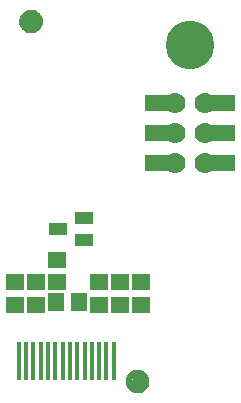
<source format=gbr>
G04 EAGLE Gerber RS-274X export*
G75*
%MOMM*%
%FSLAX34Y34*%
%LPD*%
%INSoldermask Bottom*%
%IPPOS*%
%AMOC8*
5,1,8,0,0,1.08239X$1,22.5*%
G01*
%ADD10C,4.117600*%
%ADD11C,1.778000*%
%ADD12R,2.133600X1.371600*%
%ADD13C,1.101600*%
%ADD14C,0.500000*%
%ADD15R,0.451600X3.301600*%
%ADD16R,1.601600X1.341600*%
%ADD17R,1.501600X1.101600*%
%ADD18R,1.341600X1.601600*%


D10*
X160782Y178562D03*
D11*
X148082Y129794D03*
X173482Y129794D03*
X148082Y104394D03*
X173482Y104394D03*
X148082Y78994D03*
X173482Y78994D03*
D12*
X188722Y129794D03*
X188722Y104394D03*
X188722Y78994D03*
X132842Y129794D03*
X132842Y104394D03*
X132842Y78994D03*
D13*
X116332Y-106426D03*
D14*
X123832Y-106426D02*
X123830Y-106245D01*
X123823Y-106064D01*
X123812Y-105883D01*
X123797Y-105702D01*
X123777Y-105522D01*
X123753Y-105342D01*
X123725Y-105163D01*
X123692Y-104985D01*
X123655Y-104808D01*
X123614Y-104631D01*
X123569Y-104456D01*
X123519Y-104281D01*
X123465Y-104108D01*
X123407Y-103937D01*
X123345Y-103766D01*
X123278Y-103598D01*
X123208Y-103431D01*
X123134Y-103265D01*
X123055Y-103102D01*
X122973Y-102941D01*
X122887Y-102781D01*
X122797Y-102624D01*
X122703Y-102469D01*
X122606Y-102316D01*
X122504Y-102166D01*
X122400Y-102018D01*
X122291Y-101872D01*
X122180Y-101730D01*
X122064Y-101590D01*
X121946Y-101453D01*
X121824Y-101318D01*
X121699Y-101187D01*
X121571Y-101059D01*
X121440Y-100934D01*
X121305Y-100812D01*
X121168Y-100694D01*
X121028Y-100578D01*
X120886Y-100467D01*
X120740Y-100358D01*
X120592Y-100254D01*
X120442Y-100152D01*
X120289Y-100055D01*
X120134Y-99961D01*
X119977Y-99871D01*
X119817Y-99785D01*
X119656Y-99703D01*
X119493Y-99624D01*
X119327Y-99550D01*
X119160Y-99480D01*
X118992Y-99413D01*
X118821Y-99351D01*
X118650Y-99293D01*
X118477Y-99239D01*
X118302Y-99189D01*
X118127Y-99144D01*
X117950Y-99103D01*
X117773Y-99066D01*
X117595Y-99033D01*
X117416Y-99005D01*
X117236Y-98981D01*
X117056Y-98961D01*
X116875Y-98946D01*
X116694Y-98935D01*
X116513Y-98928D01*
X116332Y-98926D01*
X116151Y-98928D01*
X115970Y-98935D01*
X115789Y-98946D01*
X115608Y-98961D01*
X115428Y-98981D01*
X115248Y-99005D01*
X115069Y-99033D01*
X114891Y-99066D01*
X114714Y-99103D01*
X114537Y-99144D01*
X114362Y-99189D01*
X114187Y-99239D01*
X114014Y-99293D01*
X113843Y-99351D01*
X113672Y-99413D01*
X113504Y-99480D01*
X113337Y-99550D01*
X113171Y-99624D01*
X113008Y-99703D01*
X112847Y-99785D01*
X112687Y-99871D01*
X112530Y-99961D01*
X112375Y-100055D01*
X112222Y-100152D01*
X112072Y-100254D01*
X111924Y-100358D01*
X111778Y-100467D01*
X111636Y-100578D01*
X111496Y-100694D01*
X111359Y-100812D01*
X111224Y-100934D01*
X111093Y-101059D01*
X110965Y-101187D01*
X110840Y-101318D01*
X110718Y-101453D01*
X110600Y-101590D01*
X110484Y-101730D01*
X110373Y-101872D01*
X110264Y-102018D01*
X110160Y-102166D01*
X110058Y-102316D01*
X109961Y-102469D01*
X109867Y-102624D01*
X109777Y-102781D01*
X109691Y-102941D01*
X109609Y-103102D01*
X109530Y-103265D01*
X109456Y-103431D01*
X109386Y-103598D01*
X109319Y-103766D01*
X109257Y-103937D01*
X109199Y-104108D01*
X109145Y-104281D01*
X109095Y-104456D01*
X109050Y-104631D01*
X109009Y-104808D01*
X108972Y-104985D01*
X108939Y-105163D01*
X108911Y-105342D01*
X108887Y-105522D01*
X108867Y-105702D01*
X108852Y-105883D01*
X108841Y-106064D01*
X108834Y-106245D01*
X108832Y-106426D01*
X108834Y-106607D01*
X108841Y-106788D01*
X108852Y-106969D01*
X108867Y-107150D01*
X108887Y-107330D01*
X108911Y-107510D01*
X108939Y-107689D01*
X108972Y-107867D01*
X109009Y-108044D01*
X109050Y-108221D01*
X109095Y-108396D01*
X109145Y-108571D01*
X109199Y-108744D01*
X109257Y-108915D01*
X109319Y-109086D01*
X109386Y-109254D01*
X109456Y-109421D01*
X109530Y-109587D01*
X109609Y-109750D01*
X109691Y-109911D01*
X109777Y-110071D01*
X109867Y-110228D01*
X109961Y-110383D01*
X110058Y-110536D01*
X110160Y-110686D01*
X110264Y-110834D01*
X110373Y-110980D01*
X110484Y-111122D01*
X110600Y-111262D01*
X110718Y-111399D01*
X110840Y-111534D01*
X110965Y-111665D01*
X111093Y-111793D01*
X111224Y-111918D01*
X111359Y-112040D01*
X111496Y-112158D01*
X111636Y-112274D01*
X111778Y-112385D01*
X111924Y-112494D01*
X112072Y-112598D01*
X112222Y-112700D01*
X112375Y-112797D01*
X112530Y-112891D01*
X112687Y-112981D01*
X112847Y-113067D01*
X113008Y-113149D01*
X113171Y-113228D01*
X113337Y-113302D01*
X113504Y-113372D01*
X113672Y-113439D01*
X113843Y-113501D01*
X114014Y-113559D01*
X114187Y-113613D01*
X114362Y-113663D01*
X114537Y-113708D01*
X114714Y-113749D01*
X114891Y-113786D01*
X115069Y-113819D01*
X115248Y-113847D01*
X115428Y-113871D01*
X115608Y-113891D01*
X115789Y-113906D01*
X115970Y-113917D01*
X116151Y-113924D01*
X116332Y-113926D01*
X116513Y-113924D01*
X116694Y-113917D01*
X116875Y-113906D01*
X117056Y-113891D01*
X117236Y-113871D01*
X117416Y-113847D01*
X117595Y-113819D01*
X117773Y-113786D01*
X117950Y-113749D01*
X118127Y-113708D01*
X118302Y-113663D01*
X118477Y-113613D01*
X118650Y-113559D01*
X118821Y-113501D01*
X118992Y-113439D01*
X119160Y-113372D01*
X119327Y-113302D01*
X119493Y-113228D01*
X119656Y-113149D01*
X119817Y-113067D01*
X119977Y-112981D01*
X120134Y-112891D01*
X120289Y-112797D01*
X120442Y-112700D01*
X120592Y-112598D01*
X120740Y-112494D01*
X120886Y-112385D01*
X121028Y-112274D01*
X121168Y-112158D01*
X121305Y-112040D01*
X121440Y-111918D01*
X121571Y-111793D01*
X121699Y-111665D01*
X121824Y-111534D01*
X121946Y-111399D01*
X122064Y-111262D01*
X122180Y-111122D01*
X122291Y-110980D01*
X122400Y-110834D01*
X122504Y-110686D01*
X122606Y-110536D01*
X122703Y-110383D01*
X122797Y-110228D01*
X122887Y-110071D01*
X122973Y-109911D01*
X123055Y-109750D01*
X123134Y-109587D01*
X123208Y-109421D01*
X123278Y-109254D01*
X123345Y-109086D01*
X123407Y-108915D01*
X123465Y-108744D01*
X123519Y-108571D01*
X123569Y-108396D01*
X123614Y-108221D01*
X123655Y-108044D01*
X123692Y-107867D01*
X123725Y-107689D01*
X123753Y-107510D01*
X123777Y-107330D01*
X123797Y-107150D01*
X123812Y-106969D01*
X123823Y-106788D01*
X123830Y-106607D01*
X123832Y-106426D01*
D13*
X26162Y198374D03*
D14*
X33662Y198374D02*
X33660Y198555D01*
X33653Y198736D01*
X33642Y198917D01*
X33627Y199098D01*
X33607Y199278D01*
X33583Y199458D01*
X33555Y199637D01*
X33522Y199815D01*
X33485Y199992D01*
X33444Y200169D01*
X33399Y200344D01*
X33349Y200519D01*
X33295Y200692D01*
X33237Y200863D01*
X33175Y201034D01*
X33108Y201202D01*
X33038Y201369D01*
X32964Y201535D01*
X32885Y201698D01*
X32803Y201859D01*
X32717Y202019D01*
X32627Y202176D01*
X32533Y202331D01*
X32436Y202484D01*
X32334Y202634D01*
X32230Y202782D01*
X32121Y202928D01*
X32010Y203070D01*
X31894Y203210D01*
X31776Y203347D01*
X31654Y203482D01*
X31529Y203613D01*
X31401Y203741D01*
X31270Y203866D01*
X31135Y203988D01*
X30998Y204106D01*
X30858Y204222D01*
X30716Y204333D01*
X30570Y204442D01*
X30422Y204546D01*
X30272Y204648D01*
X30119Y204745D01*
X29964Y204839D01*
X29807Y204929D01*
X29647Y205015D01*
X29486Y205097D01*
X29323Y205176D01*
X29157Y205250D01*
X28990Y205320D01*
X28822Y205387D01*
X28651Y205449D01*
X28480Y205507D01*
X28307Y205561D01*
X28132Y205611D01*
X27957Y205656D01*
X27780Y205697D01*
X27603Y205734D01*
X27425Y205767D01*
X27246Y205795D01*
X27066Y205819D01*
X26886Y205839D01*
X26705Y205854D01*
X26524Y205865D01*
X26343Y205872D01*
X26162Y205874D01*
X25981Y205872D01*
X25800Y205865D01*
X25619Y205854D01*
X25438Y205839D01*
X25258Y205819D01*
X25078Y205795D01*
X24899Y205767D01*
X24721Y205734D01*
X24544Y205697D01*
X24367Y205656D01*
X24192Y205611D01*
X24017Y205561D01*
X23844Y205507D01*
X23673Y205449D01*
X23502Y205387D01*
X23334Y205320D01*
X23167Y205250D01*
X23001Y205176D01*
X22838Y205097D01*
X22677Y205015D01*
X22517Y204929D01*
X22360Y204839D01*
X22205Y204745D01*
X22052Y204648D01*
X21902Y204546D01*
X21754Y204442D01*
X21608Y204333D01*
X21466Y204222D01*
X21326Y204106D01*
X21189Y203988D01*
X21054Y203866D01*
X20923Y203741D01*
X20795Y203613D01*
X20670Y203482D01*
X20548Y203347D01*
X20430Y203210D01*
X20314Y203070D01*
X20203Y202928D01*
X20094Y202782D01*
X19990Y202634D01*
X19888Y202484D01*
X19791Y202331D01*
X19697Y202176D01*
X19607Y202019D01*
X19521Y201859D01*
X19439Y201698D01*
X19360Y201535D01*
X19286Y201369D01*
X19216Y201202D01*
X19149Y201034D01*
X19087Y200863D01*
X19029Y200692D01*
X18975Y200519D01*
X18925Y200344D01*
X18880Y200169D01*
X18839Y199992D01*
X18802Y199815D01*
X18769Y199637D01*
X18741Y199458D01*
X18717Y199278D01*
X18697Y199098D01*
X18682Y198917D01*
X18671Y198736D01*
X18664Y198555D01*
X18662Y198374D01*
X18664Y198193D01*
X18671Y198012D01*
X18682Y197831D01*
X18697Y197650D01*
X18717Y197470D01*
X18741Y197290D01*
X18769Y197111D01*
X18802Y196933D01*
X18839Y196756D01*
X18880Y196579D01*
X18925Y196404D01*
X18975Y196229D01*
X19029Y196056D01*
X19087Y195885D01*
X19149Y195714D01*
X19216Y195546D01*
X19286Y195379D01*
X19360Y195213D01*
X19439Y195050D01*
X19521Y194889D01*
X19607Y194729D01*
X19697Y194572D01*
X19791Y194417D01*
X19888Y194264D01*
X19990Y194114D01*
X20094Y193966D01*
X20203Y193820D01*
X20314Y193678D01*
X20430Y193538D01*
X20548Y193401D01*
X20670Y193266D01*
X20795Y193135D01*
X20923Y193007D01*
X21054Y192882D01*
X21189Y192760D01*
X21326Y192642D01*
X21466Y192526D01*
X21608Y192415D01*
X21754Y192306D01*
X21902Y192202D01*
X22052Y192100D01*
X22205Y192003D01*
X22360Y191909D01*
X22517Y191819D01*
X22677Y191733D01*
X22838Y191651D01*
X23001Y191572D01*
X23167Y191498D01*
X23334Y191428D01*
X23502Y191361D01*
X23673Y191299D01*
X23844Y191241D01*
X24017Y191187D01*
X24192Y191137D01*
X24367Y191092D01*
X24544Y191051D01*
X24721Y191014D01*
X24899Y190981D01*
X25078Y190953D01*
X25258Y190929D01*
X25438Y190909D01*
X25619Y190894D01*
X25800Y190883D01*
X25981Y190876D01*
X26162Y190874D01*
X26343Y190876D01*
X26524Y190883D01*
X26705Y190894D01*
X26886Y190909D01*
X27066Y190929D01*
X27246Y190953D01*
X27425Y190981D01*
X27603Y191014D01*
X27780Y191051D01*
X27957Y191092D01*
X28132Y191137D01*
X28307Y191187D01*
X28480Y191241D01*
X28651Y191299D01*
X28822Y191361D01*
X28990Y191428D01*
X29157Y191498D01*
X29323Y191572D01*
X29486Y191651D01*
X29647Y191733D01*
X29807Y191819D01*
X29964Y191909D01*
X30119Y192003D01*
X30272Y192100D01*
X30422Y192202D01*
X30570Y192306D01*
X30716Y192415D01*
X30858Y192526D01*
X30998Y192642D01*
X31135Y192760D01*
X31270Y192882D01*
X31401Y193007D01*
X31529Y193135D01*
X31654Y193266D01*
X31776Y193401D01*
X31894Y193538D01*
X32010Y193678D01*
X32121Y193820D01*
X32230Y193966D01*
X32334Y194114D01*
X32436Y194264D01*
X32533Y194417D01*
X32627Y194572D01*
X32717Y194729D01*
X32803Y194889D01*
X32885Y195050D01*
X32964Y195213D01*
X33038Y195379D01*
X33108Y195546D01*
X33175Y195714D01*
X33237Y195885D01*
X33295Y196056D01*
X33349Y196229D01*
X33399Y196404D01*
X33444Y196579D01*
X33485Y196756D01*
X33522Y196933D01*
X33555Y197111D01*
X33583Y197290D01*
X33607Y197470D01*
X33627Y197650D01*
X33642Y197831D01*
X33653Y198012D01*
X33660Y198193D01*
X33662Y198374D01*
D15*
X15580Y-88920D03*
X21780Y-88920D03*
X27980Y-88920D03*
X34180Y-88920D03*
X40380Y-88920D03*
X46580Y-88920D03*
X52780Y-88920D03*
X58980Y-88920D03*
X65180Y-88920D03*
X71380Y-88920D03*
X77580Y-88920D03*
X83780Y-88920D03*
X89980Y-88920D03*
X96180Y-88920D03*
D16*
X12700Y-22250D03*
X12700Y-41250D03*
X30480Y-22250D03*
X30480Y-41250D03*
X48260Y-3200D03*
X48260Y-22200D03*
X119380Y-22250D03*
X119380Y-41250D03*
X101600Y-22250D03*
X101600Y-41250D03*
X83820Y-22250D03*
X83820Y-41250D03*
D17*
X48690Y22860D03*
X70690Y13360D03*
X70690Y32360D03*
D18*
X66650Y-39370D03*
X47650Y-39370D03*
M02*

</source>
